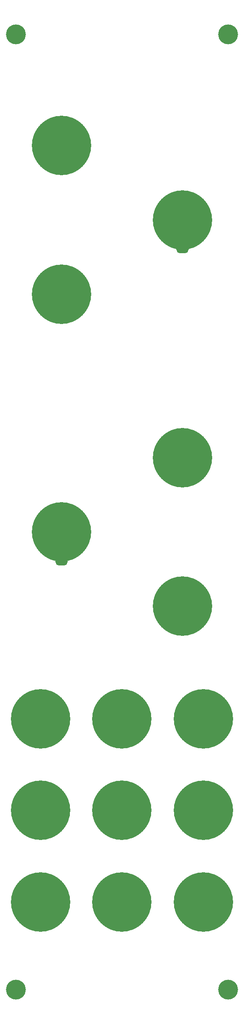
<source format=gts>
%TF.GenerationSoftware,KiCad,Pcbnew,9.0.4*%
%TF.CreationDate,2025-10-04T20:48:30+02:00*%
%TF.ProjectId,DMH_Dual_VCA_Mk2_PANEL,444d485f-4475-4616-9c5f-5643415f4d6b,rev?*%
%TF.SameCoordinates,Original*%
%TF.FileFunction,Soldermask,Top*%
%TF.FilePolarity,Negative*%
%FSLAX46Y46*%
G04 Gerber Fmt 4.6, Leading zero omitted, Abs format (unit mm)*
G04 Created by KiCad (PCBNEW 9.0.4) date 2025-10-04 20:48:30*
%MOMM*%
%LPD*%
G01*
G04 APERTURE LIST*
%ADD10C,0.500000*%
%ADD11C,12.000000*%
%ADD12C,4.000000*%
%ADD13O,2.500000X1.500000*%
G04 APERTURE END LIST*
D10*
%TO.C,H9*%
X52800000Y-190250000D03*
X54460000Y-186220000D03*
X54470000Y-194290000D03*
X58500000Y-184550000D03*
D11*
X58500000Y-190250000D03*
D10*
X58500000Y-195950000D03*
X62530000Y-194290000D03*
X62540000Y-186220000D03*
X64200000Y-190250000D03*
%TD*%
D12*
%TO.C,H3*%
X53500000Y-226500000D03*
%TD*%
D10*
%TO.C,H8*%
X52800000Y-171750000D03*
X54460000Y-167720000D03*
X54470000Y-175790000D03*
X58500000Y-166050000D03*
D11*
X58500000Y-171750000D03*
D10*
X58500000Y-177450000D03*
X62530000Y-175790000D03*
X62540000Y-167720000D03*
X64200000Y-171750000D03*
%TD*%
%TO.C,H15*%
X69300000Y-171750000D03*
X70960000Y-167720000D03*
X70970000Y-175790000D03*
X75000000Y-166050000D03*
D11*
X75000000Y-171750000D03*
D10*
X75000000Y-177450000D03*
X79030000Y-175790000D03*
X79040000Y-167720000D03*
X80700000Y-171750000D03*
%TD*%
D11*
%TO.C,H13*%
X87250000Y-119000000D03*
%TD*%
%TO.C,H14*%
X87250000Y-149000000D03*
%TD*%
D10*
%TO.C,H17*%
X69300000Y-190250000D03*
X70960000Y-186220000D03*
X70970000Y-194290000D03*
X75000000Y-184550000D03*
D11*
X75000000Y-190250000D03*
D10*
X75000000Y-195950000D03*
X79030000Y-194290000D03*
X79040000Y-186220000D03*
X80700000Y-190250000D03*
%TD*%
%TO.C,H10*%
X85800000Y-171750000D03*
X87460000Y-167720000D03*
X87470000Y-175790000D03*
X91500000Y-166050000D03*
D11*
X91500000Y-171750000D03*
D10*
X91500000Y-177450000D03*
X95530000Y-175790000D03*
X95540000Y-167720000D03*
X97200000Y-171750000D03*
%TD*%
D11*
%TO.C,H5*%
X87250000Y-71000000D03*
D13*
X87250000Y-77000000D03*
%TD*%
D10*
%TO.C,H11*%
X52800000Y-208750000D03*
X54460000Y-204720000D03*
X54470000Y-212790000D03*
X58500000Y-203050000D03*
D11*
X58500000Y-208750000D03*
D10*
X58500000Y-214450000D03*
X62530000Y-212790000D03*
X62540000Y-204720000D03*
X64200000Y-208750000D03*
%TD*%
%TO.C,H19*%
X85800000Y-208750000D03*
X87460000Y-204720000D03*
X87470000Y-212790000D03*
X91500000Y-203050000D03*
D11*
X91500000Y-208750000D03*
D10*
X91500000Y-214450000D03*
X95530000Y-212790000D03*
X95540000Y-204720000D03*
X97200000Y-208750000D03*
%TD*%
D12*
%TO.C,H2*%
X96500000Y-33500000D03*
%TD*%
%TO.C,H4*%
X96500000Y-226500000D03*
%TD*%
D10*
%TO.C,H18*%
X85800000Y-190250000D03*
X87460000Y-186220000D03*
X87470000Y-194290000D03*
X91500000Y-184550000D03*
D11*
X91500000Y-190250000D03*
D10*
X91500000Y-195950000D03*
X95530000Y-194290000D03*
X95540000Y-186220000D03*
X97200000Y-190250000D03*
%TD*%
D11*
%TO.C,H6*%
X62750000Y-56000000D03*
%TD*%
D12*
%TO.C,H1*%
X53500000Y-33500000D03*
%TD*%
D11*
%TO.C,H7*%
X62750000Y-86000000D03*
%TD*%
D10*
%TO.C,H16*%
X69300000Y-208750000D03*
X70960000Y-204720000D03*
X70970000Y-212790000D03*
X75000000Y-203050000D03*
D11*
X75000000Y-208750000D03*
D10*
X75000000Y-214450000D03*
X79030000Y-212790000D03*
X79040000Y-204720000D03*
X80700000Y-208750000D03*
%TD*%
D11*
%TO.C,H12*%
X62750000Y-134000000D03*
D13*
X62750000Y-140000000D03*
%TD*%
M02*

</source>
